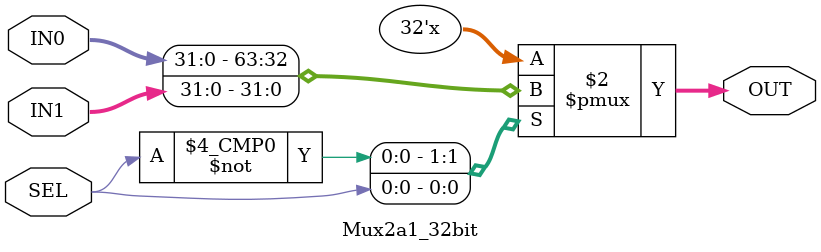
<source format=v>
`timescale 1ns / 1ps


module Mux2a1_32bit(
    input SEL,
    input [31:0] IN0,
    input [31:0] IN1,
    
    output reg [31:0] OUT
    );
    
    always @(SEL,IN0,IN1)
        case (SEL)
            1'b0: OUT <= IN0;
            1'b1: OUT <= IN1;
        endcase    
    
endmodule

</source>
